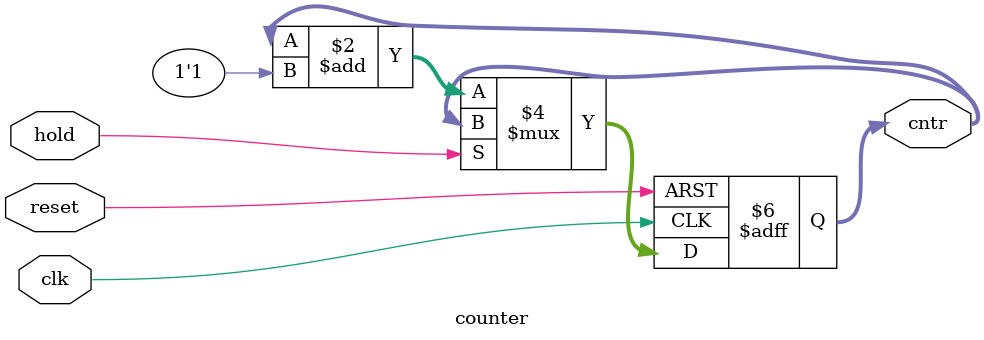
<source format=v>
`timescale 1ns / 1ps


module counter #(parameter size=8) (reset, clk, hold, cntr);
  input reset, clk, hold;
  output reg [size-1:0] cntr;

  always @ (posedge clk or posedge reset)
  begin
    if(reset)
    begin
      cntr <= 0;
    end
    else
    if(hold)
    begin
      cntr <= cntr;
    end
    else
    begin
      cntr <= cntr + 1'b1;
    end 
  end
endmodule
</source>
